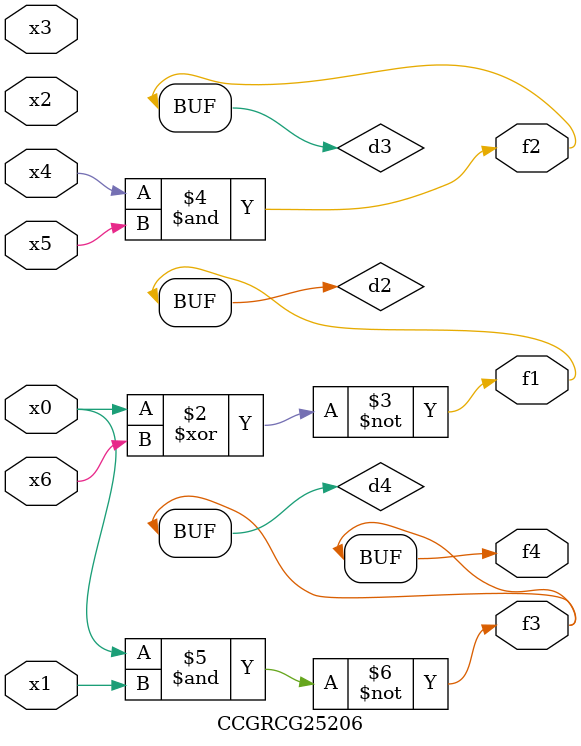
<source format=v>
module CCGRCG25206(
	input x0, x1, x2, x3, x4, x5, x6,
	output f1, f2, f3, f4
);

	wire d1, d2, d3, d4;

	nor (d1, x0);
	xnor (d2, x0, x6);
	and (d3, x4, x5);
	nand (d4, x0, x1);
	assign f1 = d2;
	assign f2 = d3;
	assign f3 = d4;
	assign f4 = d4;
endmodule

</source>
